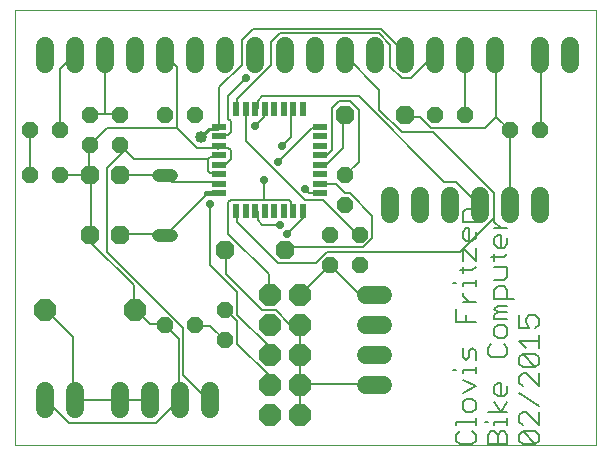
<source format=gtl>
G75*
%MOIN*%
%OFA0B0*%
%FSLAX25Y25*%
%IPPOS*%
%LPD*%
%AMOC8*
5,1,8,0,0,1.08239X$1,22.5*
%
%ADD10C,0.00000*%
%ADD11C,0.00600*%
%ADD12OC8,0.06300*%
%ADD13OC8,0.07500*%
%ADD14R,0.05000X0.02200*%
%ADD15R,0.02200X0.05000*%
%ADD16OC8,0.05200*%
%ADD17C,0.04400*%
%ADD18OC8,0.07400*%
%ADD19C,0.05937*%
%ADD20C,0.00800*%
%ADD21C,0.02800*%
%ADD22C,0.01600*%
%ADD23C,0.01000*%
%ADD24C,0.04000*%
D10*
X0001400Y0008000D02*
X0001400Y0152961D01*
X0195101Y0152961D01*
X0195101Y0008000D01*
X0001400Y0008000D01*
D11*
X0147627Y0033001D02*
X0148695Y0033001D01*
X0150830Y0033001D02*
X0155100Y0033001D01*
X0155100Y0031933D02*
X0155100Y0034069D01*
X0155100Y0036230D02*
X0155100Y0039433D01*
X0154032Y0040501D01*
X0152965Y0039433D01*
X0152965Y0037298D01*
X0151897Y0036230D01*
X0150830Y0037298D01*
X0150830Y0040501D01*
X0159195Y0040507D02*
X0159195Y0038372D01*
X0160262Y0037305D01*
X0164532Y0037305D01*
X0165600Y0038372D01*
X0165600Y0040507D01*
X0164532Y0041575D01*
X0164532Y0043750D02*
X0165600Y0044818D01*
X0165600Y0046953D01*
X0164532Y0048021D01*
X0162397Y0048021D01*
X0161330Y0046953D01*
X0161330Y0044818D01*
X0162397Y0043750D01*
X0164532Y0043750D01*
X0169695Y0042663D02*
X0176100Y0042663D01*
X0176100Y0044798D02*
X0176100Y0040527D01*
X0175032Y0038352D02*
X0176100Y0037285D01*
X0176100Y0035150D01*
X0175032Y0034082D01*
X0170762Y0038352D01*
X0175032Y0038352D01*
X0171830Y0040527D02*
X0169695Y0042663D01*
X0170762Y0038352D02*
X0169695Y0037285D01*
X0169695Y0035150D01*
X0170762Y0034082D01*
X0175032Y0034082D01*
X0176100Y0031907D02*
X0176100Y0027636D01*
X0171830Y0031907D01*
X0170762Y0031907D01*
X0169695Y0030839D01*
X0169695Y0028704D01*
X0170762Y0027636D01*
X0169695Y0025461D02*
X0176100Y0021191D01*
X0176100Y0019016D02*
X0176100Y0014745D01*
X0171830Y0019016D01*
X0170762Y0019016D01*
X0169695Y0017948D01*
X0169695Y0015813D01*
X0170762Y0014745D01*
X0170762Y0012570D02*
X0169695Y0011503D01*
X0169695Y0009368D01*
X0170762Y0008300D01*
X0175032Y0008300D01*
X0170762Y0012570D01*
X0175032Y0012570D01*
X0176100Y0011503D01*
X0176100Y0009368D01*
X0175032Y0008300D01*
X0165600Y0008300D02*
X0165600Y0011503D01*
X0164532Y0012570D01*
X0163465Y0012570D01*
X0162397Y0011503D01*
X0162397Y0008300D01*
X0159195Y0008300D02*
X0159195Y0011503D01*
X0160262Y0012570D01*
X0161330Y0012570D01*
X0162397Y0011503D01*
X0161330Y0014745D02*
X0161330Y0015813D01*
X0165600Y0015813D01*
X0165600Y0014745D02*
X0165600Y0016881D01*
X0165600Y0019042D02*
X0159195Y0019042D01*
X0159195Y0015813D02*
X0158127Y0015813D01*
X0155100Y0015813D02*
X0148695Y0015813D01*
X0148695Y0014745D01*
X0149762Y0012570D02*
X0148695Y0011503D01*
X0148695Y0009368D01*
X0149762Y0008300D01*
X0154032Y0008300D01*
X0155100Y0009368D01*
X0155100Y0011503D01*
X0154032Y0012570D01*
X0155100Y0014745D02*
X0155100Y0016881D01*
X0154032Y0019042D02*
X0155100Y0020110D01*
X0155100Y0022245D01*
X0154032Y0023313D01*
X0151897Y0023313D01*
X0150830Y0022245D01*
X0150830Y0020110D01*
X0151897Y0019042D01*
X0154032Y0019042D01*
X0150830Y0025488D02*
X0155100Y0027623D01*
X0150830Y0029758D01*
X0150830Y0031933D02*
X0150830Y0033001D01*
X0159195Y0040507D02*
X0160262Y0041575D01*
X0155100Y0049121D02*
X0148695Y0049121D01*
X0148695Y0053392D01*
X0150830Y0055567D02*
X0155100Y0055567D01*
X0152965Y0055567D02*
X0150830Y0057702D01*
X0150830Y0058770D01*
X0150830Y0060938D02*
X0150830Y0062006D01*
X0155100Y0062006D01*
X0155100Y0063073D02*
X0155100Y0060938D01*
X0150830Y0065235D02*
X0150830Y0067370D01*
X0149762Y0066303D02*
X0154032Y0066303D01*
X0155100Y0067370D01*
X0155100Y0069532D02*
X0155100Y0073803D01*
X0154032Y0075978D02*
X0151897Y0075978D01*
X0150830Y0077045D01*
X0150830Y0079180D01*
X0151897Y0080248D01*
X0152965Y0080248D01*
X0152965Y0075978D01*
X0154032Y0075978D02*
X0155100Y0077045D01*
X0155100Y0079180D01*
X0155100Y0082423D02*
X0150830Y0082423D01*
X0150830Y0085626D01*
X0151897Y0086694D01*
X0155100Y0086694D01*
X0161330Y0083477D02*
X0161330Y0082410D01*
X0163465Y0080275D01*
X0165600Y0080275D02*
X0161330Y0080275D01*
X0162397Y0078100D02*
X0163465Y0078100D01*
X0163465Y0073829D01*
X0164532Y0073829D02*
X0165600Y0074897D01*
X0165600Y0077032D01*
X0162397Y0078100D02*
X0161330Y0077032D01*
X0161330Y0074897D01*
X0162397Y0073829D01*
X0164532Y0073829D01*
X0165600Y0071667D02*
X0164532Y0070600D01*
X0160262Y0070600D01*
X0161330Y0071667D02*
X0161330Y0069532D01*
X0161330Y0067357D02*
X0165600Y0067357D01*
X0165600Y0064154D01*
X0164532Y0063087D01*
X0161330Y0063087D01*
X0162397Y0060912D02*
X0164532Y0060912D01*
X0165600Y0059844D01*
X0165600Y0056641D01*
X0167735Y0056641D02*
X0161330Y0056641D01*
X0161330Y0059844D01*
X0162397Y0060912D01*
X0162397Y0054466D02*
X0165600Y0054466D01*
X0165600Y0052331D02*
X0162397Y0052331D01*
X0161330Y0053398D01*
X0162397Y0054466D01*
X0162397Y0052331D02*
X0161330Y0051263D01*
X0161330Y0050196D01*
X0165600Y0050196D01*
X0169695Y0051243D02*
X0169695Y0046973D01*
X0172897Y0046973D01*
X0171830Y0049108D01*
X0171830Y0050176D01*
X0172897Y0051243D01*
X0175032Y0051243D01*
X0176100Y0050176D01*
X0176100Y0048041D01*
X0175032Y0046973D01*
X0163465Y0028684D02*
X0162397Y0028684D01*
X0161330Y0027616D01*
X0161330Y0025481D01*
X0162397Y0024414D01*
X0164532Y0024414D01*
X0165600Y0025481D01*
X0165600Y0027616D01*
X0163465Y0028684D02*
X0163465Y0024414D01*
X0165600Y0022245D02*
X0163465Y0019042D01*
X0161330Y0022245D01*
X0159195Y0008300D02*
X0165600Y0008300D01*
X0151897Y0049121D02*
X0151897Y0051257D01*
X0148695Y0062006D02*
X0147627Y0062006D01*
X0150830Y0069532D02*
X0150830Y0073803D01*
X0155100Y0069532D01*
D12*
X0131400Y0118000D03*
X0111400Y0118000D03*
X0091400Y0073000D03*
X0071400Y0073000D03*
X0036400Y0078000D03*
X0026400Y0078000D03*
X0026400Y0098000D03*
X0036400Y0098000D03*
D13*
X0041400Y0053000D03*
X0011400Y0053000D03*
D14*
X0069500Y0091976D03*
X0069500Y0095126D03*
X0069500Y0098276D03*
X0069500Y0101425D03*
X0069500Y0104575D03*
X0069500Y0107724D03*
X0069500Y0110874D03*
X0069500Y0114024D03*
X0103300Y0114024D03*
X0103300Y0110874D03*
X0103300Y0107724D03*
X0103300Y0104575D03*
X0103300Y0101425D03*
X0103300Y0098276D03*
X0103300Y0095126D03*
X0103300Y0091976D03*
D15*
X0097424Y0086100D03*
X0094274Y0086100D03*
X0091124Y0086100D03*
X0087975Y0086100D03*
X0084825Y0086100D03*
X0081676Y0086100D03*
X0078526Y0086100D03*
X0075376Y0086100D03*
X0075376Y0119900D03*
X0078526Y0119900D03*
X0081676Y0119900D03*
X0084825Y0119900D03*
X0087975Y0119900D03*
X0091124Y0119900D03*
X0094274Y0119900D03*
X0097424Y0119900D03*
D16*
X0111400Y0098000D03*
X0111400Y0088000D03*
X0106400Y0078000D03*
X0116400Y0078000D03*
X0116400Y0068000D03*
X0106400Y0068000D03*
X0071400Y0053000D03*
X0061400Y0048000D03*
X0051400Y0048000D03*
X0071400Y0043000D03*
X0016400Y0098000D03*
X0006400Y0098000D03*
X0006400Y0113000D03*
X0016400Y0113000D03*
X0026400Y0118000D03*
X0036400Y0118000D03*
X0036400Y0108000D03*
X0026400Y0108000D03*
X0051400Y0118000D03*
X0061400Y0118000D03*
X0141400Y0118000D03*
X0151400Y0118000D03*
X0166400Y0113000D03*
X0176400Y0113000D03*
D17*
X0053600Y0098000D02*
X0049200Y0098000D01*
X0049200Y0078000D02*
X0053600Y0078000D01*
D18*
X0086400Y0058000D03*
X0096400Y0058000D03*
X0096400Y0048000D03*
X0086400Y0048000D03*
X0086400Y0038000D03*
X0096400Y0038000D03*
X0096400Y0028000D03*
X0086400Y0028000D03*
X0086400Y0018000D03*
X0096400Y0018000D03*
D19*
X0118431Y0028000D02*
X0124369Y0028000D01*
X0124369Y0038000D02*
X0118431Y0038000D01*
X0118431Y0048000D02*
X0124369Y0048000D01*
X0124369Y0058000D02*
X0118431Y0058000D01*
X0126400Y0085031D02*
X0126400Y0090969D01*
X0136400Y0090969D02*
X0136400Y0085031D01*
X0146400Y0085031D02*
X0146400Y0090969D01*
X0156400Y0090969D02*
X0156400Y0085031D01*
X0166400Y0085031D02*
X0166400Y0090969D01*
X0176400Y0090969D02*
X0176400Y0085031D01*
X0176400Y0135031D02*
X0176400Y0140969D01*
X0186400Y0140969D02*
X0186400Y0135031D01*
X0161400Y0135031D02*
X0161400Y0140969D01*
X0151400Y0140969D02*
X0151400Y0135031D01*
X0141400Y0135031D02*
X0141400Y0140969D01*
X0131400Y0140969D02*
X0131400Y0135031D01*
X0121400Y0135031D02*
X0121400Y0140969D01*
X0111400Y0140969D02*
X0111400Y0135031D01*
X0101400Y0135031D02*
X0101400Y0140969D01*
X0091400Y0140969D02*
X0091400Y0135031D01*
X0081400Y0135031D02*
X0081400Y0140969D01*
X0071400Y0140969D02*
X0071400Y0135031D01*
X0061400Y0135031D02*
X0061400Y0140969D01*
X0051400Y0140969D02*
X0051400Y0135031D01*
X0041400Y0135031D02*
X0041400Y0140969D01*
X0031400Y0140969D02*
X0031400Y0135031D01*
X0021400Y0135031D02*
X0021400Y0140969D01*
X0011400Y0140969D02*
X0011400Y0135031D01*
X0011400Y0025969D02*
X0011400Y0020031D01*
X0021400Y0020031D02*
X0021400Y0025969D01*
X0036400Y0025969D02*
X0036400Y0020031D01*
X0046400Y0020031D02*
X0046400Y0025969D01*
X0056400Y0025969D02*
X0056400Y0020031D01*
X0066400Y0020031D02*
X0066400Y0025969D01*
D20*
X0066400Y0023000D02*
X0065900Y0023000D01*
X0057650Y0031250D01*
X0057650Y0047000D01*
X0032150Y0072500D01*
X0032150Y0100250D01*
X0038150Y0106250D01*
X0041150Y0103250D01*
X0065900Y0103250D01*
X0066650Y0104000D01*
X0068900Y0104000D01*
X0069500Y0104575D01*
X0069650Y0107000D02*
X0069500Y0107724D01*
X0069650Y0107000D02*
X0072650Y0107000D01*
X0073400Y0106250D01*
X0073400Y0103250D01*
X0071900Y0101750D01*
X0069650Y0101750D01*
X0069500Y0101425D01*
X0068900Y0098750D02*
X0066650Y0098750D01*
X0065900Y0099500D01*
X0065900Y0103250D01*
X0068900Y0107000D02*
X0062150Y0107000D01*
X0055400Y0113750D01*
X0032150Y0113750D01*
X0026400Y0108000D01*
X0026150Y0107750D01*
X0026150Y0098000D01*
X0026400Y0098000D01*
X0026900Y0098000D01*
X0026900Y0078500D01*
X0026400Y0078000D01*
X0026900Y0077750D01*
X0026900Y0075500D01*
X0041150Y0061250D01*
X0041150Y0053000D01*
X0041400Y0053000D01*
X0041900Y0053000D01*
X0046400Y0048500D01*
X0050900Y0048500D01*
X0051400Y0048000D01*
X0056150Y0043250D01*
X0056150Y0023000D01*
X0056400Y0023000D01*
X0056150Y0023000D02*
X0048650Y0015500D01*
X0019400Y0015500D01*
X0011900Y0023000D01*
X0011400Y0023000D01*
X0020900Y0023000D02*
X0021400Y0023000D01*
X0036400Y0023000D01*
X0046400Y0023000D01*
X0020900Y0023000D02*
X0020900Y0044000D01*
X0011900Y0053000D01*
X0011400Y0053000D01*
X0036400Y0078000D02*
X0036650Y0078500D01*
X0050900Y0078500D01*
X0051400Y0078000D01*
X0051650Y0077750D01*
X0065150Y0091250D01*
X0065376Y0091976D01*
X0066650Y0088250D02*
X0066650Y0068000D01*
X0075650Y0059000D01*
X0075650Y0051500D01*
X0086150Y0041000D01*
X0086150Y0038000D01*
X0086400Y0038000D01*
X0086150Y0031250D02*
X0075650Y0041750D01*
X0075650Y0049250D01*
X0071900Y0053000D01*
X0071400Y0053000D01*
X0066650Y0047750D02*
X0071400Y0043000D01*
X0066650Y0047750D02*
X0061400Y0047750D01*
X0061400Y0048000D01*
X0071900Y0065000D02*
X0071900Y0072500D01*
X0071400Y0073000D01*
X0072650Y0078500D02*
X0086150Y0065000D01*
X0086150Y0058250D01*
X0086400Y0058000D01*
X0088400Y0053000D02*
X0083900Y0053000D01*
X0071900Y0065000D01*
X0089150Y0068750D02*
X0101900Y0068750D01*
X0105650Y0072500D01*
X0149900Y0072500D01*
X0161150Y0083750D01*
X0161150Y0092000D01*
X0140900Y0112250D01*
X0130400Y0112250D01*
X0122900Y0119750D01*
X0122900Y0126500D01*
X0111400Y0138000D01*
X0122900Y0145250D02*
X0126650Y0141500D01*
X0126650Y0134000D01*
X0130400Y0130250D01*
X0133400Y0130250D01*
X0140900Y0137750D01*
X0141400Y0138000D01*
X0131900Y0138500D02*
X0131400Y0138000D01*
X0131900Y0138500D02*
X0123650Y0146750D01*
X0080900Y0146750D01*
X0077150Y0143000D01*
X0077150Y0134750D01*
X0069650Y0127250D01*
X0069650Y0114500D01*
X0069500Y0114024D01*
X0069650Y0111500D02*
X0069500Y0110874D01*
X0069650Y0111500D02*
X0072650Y0111500D01*
X0073400Y0112250D01*
X0073400Y0116000D01*
X0072650Y0116750D01*
X0072650Y0124250D01*
X0078650Y0130250D01*
X0075650Y0123500D02*
X0086900Y0134750D01*
X0086900Y0142250D01*
X0089900Y0145250D01*
X0122900Y0145250D01*
X0116150Y0124250D02*
X0144650Y0095750D01*
X0148400Y0095750D01*
X0155900Y0088250D01*
X0156400Y0088000D01*
X0166400Y0088000D02*
X0166400Y0113000D01*
X0161900Y0117500D01*
X0158150Y0113750D01*
X0140150Y0113750D01*
X0136400Y0117500D01*
X0131900Y0117500D01*
X0131400Y0118000D01*
X0116150Y0119750D02*
X0116150Y0102500D01*
X0111650Y0098000D01*
X0111400Y0098000D01*
X0108650Y0095000D02*
X0111650Y0092000D01*
X0113150Y0092000D01*
X0120650Y0084500D01*
X0120650Y0077000D01*
X0117650Y0074000D01*
X0092150Y0074000D01*
X0091400Y0073250D01*
X0091400Y0073000D01*
X0089150Y0068750D02*
X0075650Y0082250D01*
X0075650Y0086000D01*
X0075376Y0086100D01*
X0072650Y0089000D02*
X0073400Y0089750D01*
X0084650Y0089750D01*
X0084650Y0096500D01*
X0084650Y0089750D02*
X0092900Y0089750D01*
X0093650Y0089000D01*
X0093650Y0086750D01*
X0094274Y0086100D01*
X0097400Y0086000D02*
X0097424Y0086100D01*
X0097400Y0086000D02*
X0097400Y0083750D01*
X0092150Y0078500D01*
X0089900Y0081500D02*
X0083900Y0081500D01*
X0082400Y0083000D01*
X0082400Y0086000D01*
X0081676Y0086100D01*
X0072650Y0089000D02*
X0072650Y0078500D01*
X0069500Y0095126D02*
X0068900Y0095750D01*
X0053900Y0095750D01*
X0051650Y0098000D01*
X0051400Y0098000D01*
X0036400Y0098000D01*
X0038150Y0106250D02*
X0036400Y0108000D01*
X0036650Y0107750D01*
X0026150Y0098000D02*
X0016400Y0098000D01*
X0006650Y0098000D02*
X0006400Y0098000D01*
X0006650Y0098000D02*
X0006650Y0113000D01*
X0006400Y0113000D01*
X0016400Y0113000D02*
X0016400Y0133250D01*
X0020900Y0137750D01*
X0021400Y0138000D01*
X0031400Y0138000D02*
X0031400Y0118250D01*
X0026900Y0118250D01*
X0026400Y0118000D01*
X0031400Y0118250D02*
X0035900Y0118250D01*
X0036400Y0118000D01*
X0055400Y0113750D02*
X0055400Y0134000D01*
X0051400Y0138000D01*
X0075650Y0123500D02*
X0075650Y0120500D01*
X0075376Y0119900D01*
X0078526Y0119900D02*
X0078650Y0119750D01*
X0078650Y0109250D01*
X0098150Y0089750D01*
X0104150Y0089750D01*
X0116150Y0077750D01*
X0116400Y0078000D01*
X0106400Y0068000D02*
X0116150Y0058250D01*
X0121400Y0058250D01*
X0121400Y0058000D01*
X0106400Y0068000D02*
X0096400Y0058000D01*
X0088400Y0053000D02*
X0092900Y0048500D01*
X0095900Y0048500D01*
X0096400Y0048000D01*
X0096650Y0047750D01*
X0096650Y0038000D01*
X0096400Y0038000D01*
X0096650Y0038000D02*
X0096650Y0028250D01*
X0096400Y0028000D01*
X0096650Y0027500D01*
X0096650Y0018500D01*
X0096400Y0018000D01*
X0096650Y0028250D02*
X0121400Y0028250D01*
X0121400Y0028000D01*
X0086400Y0028000D02*
X0086150Y0028250D01*
X0086150Y0031250D01*
X0099650Y0092000D02*
X0098150Y0093500D01*
X0099650Y0092000D02*
X0102650Y0092000D01*
X0103300Y0091976D01*
X0103400Y0095000D02*
X0103300Y0095126D01*
X0103400Y0095000D02*
X0108650Y0095000D01*
X0105650Y0101750D02*
X0103400Y0101750D01*
X0103300Y0101425D01*
X0105650Y0101750D02*
X0110900Y0107000D01*
X0110900Y0117500D01*
X0111400Y0118000D01*
X0107150Y0120500D02*
X0109400Y0122750D01*
X0113150Y0122750D01*
X0116150Y0119750D01*
X0116150Y0124250D02*
X0083900Y0124250D01*
X0082400Y0122750D01*
X0082400Y0120500D01*
X0081676Y0119900D01*
X0084650Y0119750D02*
X0084825Y0119900D01*
X0084650Y0119750D02*
X0084650Y0117500D01*
X0081650Y0114500D01*
X0090650Y0107750D02*
X0093650Y0110750D01*
X0093650Y0119750D01*
X0094274Y0119900D01*
X0100400Y0113750D02*
X0089150Y0102500D01*
X0103300Y0104575D02*
X0103400Y0104750D01*
X0105650Y0104750D01*
X0107150Y0106250D01*
X0107150Y0120500D01*
X0103300Y0114024D02*
X0102650Y0113750D01*
X0100400Y0113750D01*
X0069500Y0098276D02*
X0068900Y0098750D01*
X0151400Y0118000D02*
X0151400Y0138000D01*
X0161400Y0138000D02*
X0161900Y0137750D01*
X0161900Y0117500D01*
X0176400Y0113000D02*
X0176900Y0113000D01*
X0176900Y0137750D01*
X0176400Y0138000D01*
D21*
X0098150Y0093500D03*
X0089150Y0102500D03*
X0090650Y0107750D03*
X0081650Y0114500D03*
X0078650Y0130250D03*
X0084650Y0096500D03*
X0089900Y0081500D03*
X0092150Y0078500D03*
X0066650Y0088250D03*
D22*
X0065376Y0091976D02*
X0069500Y0091976D01*
D23*
X0068900Y0107000D02*
X0069500Y0107724D01*
X0066200Y0113300D02*
X0063500Y0110600D01*
X0066200Y0113300D02*
X0068900Y0113300D01*
X0069500Y0114024D01*
X0075376Y0119900D02*
X0075200Y0120500D01*
X0061700Y0117800D02*
X0061400Y0118000D01*
D24*
X0063500Y0110600D03*
M02*

</source>
